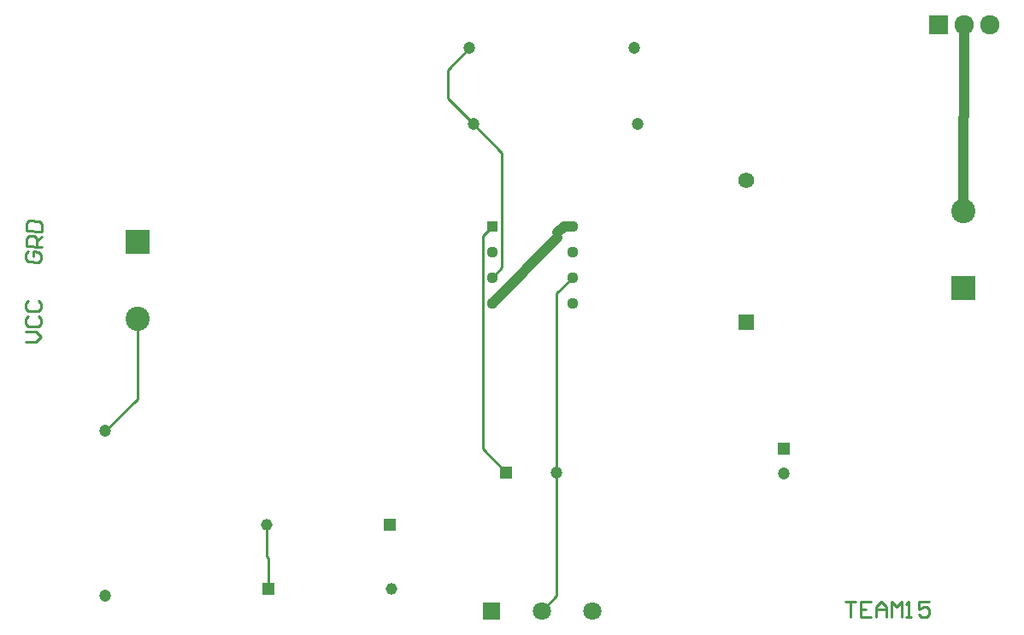
<source format=gtl>
G04*
G04 #@! TF.GenerationSoftware,Altium Limited,Altium Designer,23.1.1 (15)*
G04*
G04 Layer_Physical_Order=1*
G04 Layer_Color=255*
%FSLAX44Y44*%
%MOMM*%
G71*
G04*
G04 #@! TF.SameCoordinates,D0F7A24C-D961-4E1D-B503-D57C0314947E*
G04*
G04*
G04 #@! TF.FilePolarity,Positive*
G04*
G01*
G75*
%ADD12C,0.2540*%
%ADD28C,1.0000*%
%ADD29C,1.1500*%
%ADD30R,1.1500X1.1500*%
%ADD31C,1.9200*%
%ADD32R,1.9200X1.9200*%
%ADD33C,1.1300*%
%ADD34R,1.1300X1.1300*%
%ADD35C,2.4000*%
%ADD36R,2.4000X2.4000*%
%ADD37C,1.2000*%
%ADD38R,1.2000X1.2000*%
%ADD39C,1.8000*%
%ADD40R,1.8000X1.8000*%
%ADD41R,1.2000X1.2000*%
%ADD42R,1.5750X1.5750*%
%ADD43C,1.5750*%
D12*
X-655320Y-106680D02*
X-633730Y-85090D01*
X-655320Y-134620D02*
Y-106680D01*
Y-134620D02*
X-629920Y-160020D01*
X-546354Y-273304D02*
Y-268224D01*
X-547370Y-505460D02*
Y-328320D01*
X-531470Y-312420D01*
X-547370Y-627850D02*
Y-505460D01*
X-562140Y-642620D02*
X-547370Y-627850D01*
X-962660Y-432630D02*
Y-353060D01*
X-994410Y-464380D02*
X-962660Y-432630D01*
X-144780Y-154178D02*
X-143510Y-152908D01*
X-620522Y-271272D02*
X-610870Y-261620D01*
X-620522Y-482308D02*
Y-271272D01*
Y-482308D02*
X-597370Y-505460D01*
X-610870Y-312420D02*
X-601218Y-302768D01*
Y-188722D01*
X-629920Y-160020D02*
X-601218Y-188722D01*
X-834390Y-588772D02*
Y-557530D01*
Y-588772D02*
X-833120Y-590042D01*
Y-621030D02*
Y-590042D01*
X-1070275Y-286637D02*
X-1072879Y-289110D01*
X-1073009Y-294187D01*
X-1070536Y-296790D01*
X-1060382Y-297051D01*
X-1057779Y-294577D01*
X-1057649Y-289501D01*
X-1060122Y-286897D01*
X-1065199Y-286767D01*
X-1065329Y-291844D01*
X-1057454Y-281886D02*
X-1072684Y-281495D01*
X-1072488Y-273880D01*
X-1069885Y-271407D01*
X-1064808Y-271537D01*
X-1062335Y-274140D01*
X-1062530Y-281756D01*
X-1062400Y-276679D02*
X-1057193Y-271732D01*
X-1072293Y-266265D02*
X-1057063Y-266656D01*
X-1056868Y-259041D01*
X-1059341Y-256437D01*
X-1069494Y-256177D01*
X-1072098Y-258650D01*
X-1072293Y-266265D01*
X-261620Y-633735D02*
X-251463D01*
X-256542D01*
Y-648970D01*
X-236228Y-633735D02*
X-246385D01*
Y-648970D01*
X-236228D01*
X-246385Y-641352D02*
X-241307D01*
X-231150Y-648970D02*
Y-638813D01*
X-226071Y-633735D01*
X-220993Y-638813D01*
Y-648970D01*
Y-641352D01*
X-231150D01*
X-215915Y-648970D02*
Y-633735D01*
X-210836Y-638813D01*
X-205758Y-633735D01*
Y-648970D01*
X-200680D02*
X-195601D01*
X-198141D01*
Y-633735D01*
X-200680Y-636274D01*
X-177827Y-633735D02*
X-187984D01*
Y-641352D01*
X-182906Y-638813D01*
X-180366D01*
X-177827Y-641352D01*
Y-646431D01*
X-180366Y-648970D01*
X-185445D01*
X-187984Y-646431D01*
X-1073145Y-375920D02*
X-1062988D01*
X-1057910Y-370842D01*
X-1062988Y-365763D01*
X-1073145D01*
X-1070606Y-350528D02*
X-1073145Y-353067D01*
Y-358146D01*
X-1070606Y-360685D01*
X-1060449D01*
X-1057910Y-358146D01*
Y-353067D01*
X-1060449Y-350528D01*
X-1070606Y-335293D02*
X-1073145Y-337832D01*
Y-342911D01*
X-1070606Y-345450D01*
X-1060449D01*
X-1057910Y-342911D01*
Y-337832D01*
X-1060449Y-335293D01*
D28*
X-546354Y-268224D02*
X-539750Y-261620D01*
X-610870Y-337820D02*
X-546354Y-273304D01*
X-143510Y-152908D02*
Y-62230D01*
X-144780Y-246380D02*
Y-154178D01*
X-539750Y-261620D02*
X-531470D01*
D29*
X-711120Y-621030D02*
D03*
X-834390Y-557530D02*
D03*
D30*
X-833120Y-621030D02*
D03*
X-712390Y-557530D02*
D03*
D31*
X-118110Y-62230D02*
D03*
X-143510D02*
D03*
D32*
X-168910D02*
D03*
D33*
X-531470Y-261620D02*
D03*
Y-287020D02*
D03*
Y-312420D02*
D03*
Y-337820D02*
D03*
X-610870D02*
D03*
Y-312420D02*
D03*
Y-287020D02*
D03*
D34*
Y-261620D02*
D03*
D35*
X-962660Y-353060D02*
D03*
X-144780Y-246380D02*
D03*
D36*
X-962660Y-276860D02*
D03*
X-144780Y-322580D02*
D03*
D37*
X-547370Y-505460D02*
D03*
X-470730Y-85090D02*
D03*
X-633730D02*
D03*
X-994410Y-464380D02*
D03*
Y-627380D02*
D03*
X-322580Y-506730D02*
D03*
X-629920Y-160020D02*
D03*
X-466920D02*
D03*
D38*
X-597370Y-505460D02*
D03*
D39*
X-512140Y-642620D02*
D03*
X-562140D02*
D03*
D40*
X-612140D02*
D03*
D41*
X-322580Y-481730D02*
D03*
D42*
X-359410Y-356870D02*
D03*
D43*
Y-215870D02*
D03*
M02*

</source>
